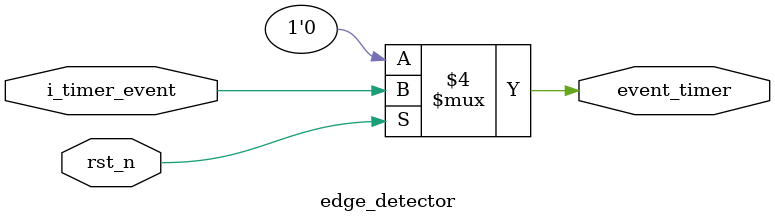
<source format=v>
module timer(
	input	  wire	rst_n,//SW[0] 
	input   wire   i_clk,
   input   wire   i_timer_event,//KEY[0] 
   input   wire 	[3:0] i_clk_control,//SW 14 - 17
   input   wire   [7:0] i_data_in,//SW 1-8
	input   wire   [1:0] i_mode_timer,//sw 9-10
	
	output  wire   overflow,//LEDG[0]
	output  wire   [7:0] r_timer_count,//LEDG[1] - 8
	output  wire   o_pwm,//LEDR[0]
	output  wire   o_compare_interrupt//LEDR[1]
);

counter counter_dut (.rst_n(rst_n),
				 .i_clk(i_clk),
				 .i_timer_event(i_timer_event),
				 .i_clk_control(i_clk_control),
				 .data_in(i_data_in),
				 .i_mode_timer(i_mode_timer),
				 .overflow(overflow),
				 .r_timer_count(r_timer_count),
				 .o_pwm(o_pwm),
				 .o_compare_interrupt(o_compare_interrupt)
);

endmodule 

module counter(
//counter
  input   wire   rst_n,
  output  wire   overflow,
  output  reg    [7:0] r_timer_count,
  output  wire   o_compare_interrupt,
  input   wire   [7:0] data_in,
  output  wire   o_pwm,
//ctrl_mode 
  input   wire   [1:0] i_mode_timer,
  output  wire   none,
  output  wire   cnt,
  output  wire   pwm,
  output  wire   normal,
// prescaler
  input   wire  i_clk,
  //edge_detector
  input   wire i_timer_event,
  //mux
  input   wire [3:0] i_clk_control,
  output  wire   o_mux 

);

ctrl_mode dut (.rst_n(rst_n),
						.i_mode_timer(i_mode_timer),
						.none(none),
						.cnt(cnt),
						.pwm(pwm),
						.normal(normal)
);

prescaler u_dut (.i_clk(i_clk),
					  .rst_n(rst_n),
					  .i_timer_event(i_timer_event),
					  .i_clk_control(i_clk_control),
					  .o_mux(o_mux)
);
  reg  [7:0]  data_past;
  reg  [7:0]  r_present_value ;
  wire clk;
  reg  [7:0]  count;
  
  assign clk = o_mux && (~none);

// counter
always @(posedge clk or negedge rst_n) begin 
  if(rst_n == 0) 
    count <= 0;
  else begin if(count == 256)
	   count <= 0;
	 else begin if(r_present_value == 0)
	     count <= count;
		else begin if(normal == 1 && data_in != data_past)
				count <= data_in;
			else 
				count <= count + 1;
		  end
		end
  end  
end 

  assign overflow = (count == 255) ? 1 : 0;
   
always @(posedge clk or negedge rst_n) begin 
	if(!rst_n)
		data_past <= 0;
	else begin if (data_in != data_past)
			data_past <= data_in;
		end 
end 
 
// thanh ghi gia tri vao 
always @(posedge clk or negedge rst_n) begin 
  if(rst_n == 0) 
    r_present_value <= 0;
  else 
    r_present_value <= data_in;
end 

// thanh ghi trang thai count
always @(*) begin 
  if(rst_n == 0) 
    r_timer_count = 0;
  else 
    r_timer_count = count;
end 

//compare 
  assign o_compare_interrupt = (cnt == 0) ? 0 : 
										 (r_timer_count == r_present_value) ? ((r_present_value == 0) ? 0 : 1): 0;
// compare pwm
  assign o_pwm = (pwm == 0) ? 0 : 
					  (r_present_value >= count) ? 1 : 0;

endmodule 

 module ctrl_mode(
  input wire rst_n, 
  // control_unit signals
  input wire [1:0] i_mode_timer,
  output reg none,
  output reg cnt,
  output reg pwm,
  output reg normal
 );
 
 // control_unit
 always @(*) begin
   if(rst_n == 0) begin
     none = 0;
	  cnt = 0;
	  pwm = 0;
	  normal = 0;
	  end 
	  
   else begin 
	  case(i_mode_timer)	
		 2'b00: begin 
					none = 1;
					cnt = 0;
					pwm = 0;
					normal = 0;
					end 
		 2'b01: begin 
		         none = 0;
					cnt = 1;
					pwm = 0;
					normal = 0;
					end 
	  	 2'b10: begin 
					none = 0;
					cnt = 0;
				   pwm = 1;
					normal = 0;
					end 
		 2'b11: begin 
				   none = 0;
				   cnt = 0;
					pwm = 0;
					normal = 1;
					end 
	  endcase
 	  end
  end 
 
 endmodule 
 
 module prescaler(
  input   wire  i_clk,
  input   wire  rst_n,
  //edge_detector
  input wire i_timer_event,
  output wire event_timer,
  //mux
  input   wire [3:0] i_clk_control,
  output  reg   o_mux 
 );

 edge_detector edge_dut (.rst_n(rst_n),
								 .i_timer_event(i_timer_event),
								 .event_timer(event_timer)
								 );
 
  reg [2:0] count = 0;
  reg [2:0] count1 = 0;
  reg [2:0] count3 = 0;
  reg [2:0] count4 = 0;
  reg [2:0] count5 = 0;
  reg [2:0] count6 = 0;
  reg [2:0] count7 = 0;
  reg [2:0] count8 = 0;

  reg   Ndiv2;
  wire  Ndiv3;
  reg   Ndiv4;
  wire  Ndiv5;
  wire  Ndiv6;
  wire  Ndiv7;
  reg   Ndiv8;
  
//div 3
  wire  Q1;
  wire  Q2;
//div 5
  wire  Q3;
  wire  Q4;
//div 6
  wire  Q5;
  wire  Q6;
//div 7
  wire  Q7;
  wire  Q8;
  
  // N div 2
always @(posedge i_clk or negedge rst_n) begin
  if(rst_n == 0) begin
	 Ndiv2 <= 0;
	 end
  else 
		 Ndiv2 <= ~Ndiv2;
end 

  // N div 3
always @(posedge i_clk or negedge rst_n) begin
  if(rst_n == 0) begin
    count <= 0;
	 end
  else begin
    if(count == 2) begin 
	   count <= 0;
		end
	 else 
	   count <= count + 1;
  end	 
end 

  assign Q1 = (count == 2) ? 1 : 0;

always @(negedge i_clk or negedge rst_n) begin
  if(rst_n == 0) begin
    count1 <= 0;
	 end
  else begin
    if(count1 == 2) begin 
	   count1 <= 0;
		end
	 else 
	   count1 <= count1 + 1;
  end	 
end 

  assign Q2 = (count1 == 2) ? 1 : 0;
  assign Ndiv3 = Q1 || Q2;

  // N div 4
always @(posedge Ndiv2 or negedge rst_n) begin
  if(rst_n == 0) begin
	 Ndiv4 <= 0;
	 end
  else 
	 Ndiv4 <= ~Ndiv4;
end 

  // Ndiv5 
always @(posedge i_clk or negedge rst_n) begin
  if(rst_n == 0) 
    count3 <= 0;
  else begin  
    if(count3 == 4) 
	   count3 <= 0;
	 else begin
	   count3 <=  count3 + 1;
		end
	 end 
end 

  assign Q3 = (count3 < 3 && count3 > 0) ? 1 : 0;

always @(negedge i_clk or negedge rst_n) begin
  if(rst_n == 0) 
    count4 <= 0;
  else begin  
    if(count4 == 4) 
	   count4 <= 0;
	 else begin
	   count4 <=  count4 + 1;
		end
	 end 
end 

  assign Q4 = (count4 < 3 && count4 > 0) ? 1 : 0;
  assign Ndiv5 = Q3 || Q4;

  // Ndiv6 
always @(posedge i_clk or negedge rst_n) begin
  if(rst_n == 0) 
    count5 <= 0;
  else begin  
    if(count5 == 5) 
	   count5 <= 0;
	 else begin
	   count5 <=  count5 + 1;
		end
	 end 
end 

  assign Q5 = (count5 < 3 && count5 > 0) ? 1 : 0;

always @(posedge i_clk or negedge rst_n) begin
  if(rst_n == 0) 
    count6 <= 0;
  else begin  
    if(count6 == 5) 
	   count6 <= 0;
	 else begin
	   count6 <=  count6 + 1;
		end
	 end 
end 

  assign Q6 = (count6 < 4 && count6 > 1) ? 1 : 0;
  assign Ndiv6 = Q5 || Q6;
  
  // Ndiv7
always @(posedge i_clk or negedge rst_n) begin
  if(rst_n == 0) 
    count7 <= 0;
  else begin  
    if(count7 == 6) 
	   count7 <= 0;
	 else begin
	   count7 <=  count7 + 1;
		end
	 end 
end 

  assign Q7 = (count7 < 4 && count7 > 0) ? 1 : 0;

always @(negedge i_clk or negedge rst_n) begin
  if(rst_n == 0) 
    count8 <= 0;
  else begin  
    if(count8 == 6) 
	   count8 <= 0;
	 else begin
	   count8 <=  count8 + 1;
		end
	 end 
end 

  assign Q8 = (count8 < 4 && count8 > 0) ? 1 : 0;
  assign Ndiv7 = Q7 || Q8;

// Ndiv5400000 làm T = 0.02s => 50hz 
 
always @(posedge Ndiv4 or negedge rst_n) begin
  if(rst_n == 0) begin
	 Ndiv8 <= 0;
	 end
  else 
	 Ndiv8 <= ~Ndiv8;
end 

	reg [19:0] Count_div;
	reg Ndiv540k;

always @(posedge i_clk or negedge rst_n) begin
  if(!rst_n) begin
	 Count_div <=0;
	 Ndiv540k <= 0;
	 end
  else begin 
    if(Count_div == 540000) begin
		Count_div <= 0;
		Ndiv540k <= ~Ndiv540k;
		end 
	 else 
      Count_div <= Count_div + 1;
    end 
end 


  //mux 
always @(*) begin
  case(i_clk_control)
    4'b0000: o_mux = i_clk;
	 4'b0001: o_mux = Ndiv2;
	 4'b0010: o_mux = Ndiv3;
	 4'b0011: o_mux = Ndiv4;
	 4'b0100: o_mux = Ndiv5;
	 4'b0101: o_mux = Ndiv6;
	 4'b0110: o_mux = Ndiv7;
	 4'b0111: o_mux = Ndiv540k;
	 4'b1000: o_mux = event_timer;
	 default: o_mux = i_clk;
	 endcase
end 
 
 endmodule
 
 module edge_detector(
  input wire rst_n,
  input wire i_timer_event,
  output reg event_timer
);
 
always @(i_timer_event or rst_n) begin 
  if(rst_n == 0)
    event_timer = 0;
  else 
    event_timer = i_timer_event;  
end 

endmodule
 
</source>
